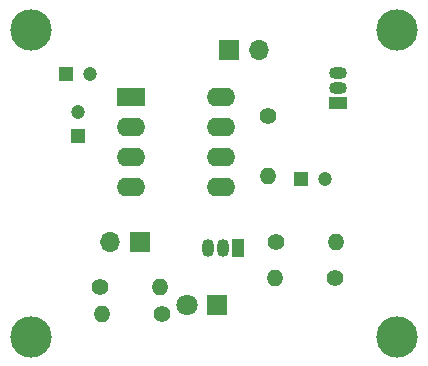
<source format=gbr>
%TF.GenerationSoftware,KiCad,Pcbnew,(5.1.12)-1*%
%TF.CreationDate,2023-08-26T19:40:57+05:30*%
%TF.ProjectId,clap switch,636c6170-2073-4776-9974-63682e6b6963,rev?*%
%TF.SameCoordinates,Original*%
%TF.FileFunction,Copper,L1,Top*%
%TF.FilePolarity,Positive*%
%FSLAX46Y46*%
G04 Gerber Fmt 4.6, Leading zero omitted, Abs format (unit mm)*
G04 Created by KiCad (PCBNEW (5.1.12)-1) date 2023-08-26 19:40:57*
%MOMM*%
%LPD*%
G01*
G04 APERTURE LIST*
%TA.AperFunction,ComponentPad*%
%ADD10O,1.700000X1.700000*%
%TD*%
%TA.AperFunction,ComponentPad*%
%ADD11R,1.700000X1.700000*%
%TD*%
%TA.AperFunction,ComponentPad*%
%ADD12C,1.800000*%
%TD*%
%TA.AperFunction,ComponentPad*%
%ADD13R,1.800000X1.800000*%
%TD*%
%TA.AperFunction,ComponentPad*%
%ADD14O,2.400000X1.600000*%
%TD*%
%TA.AperFunction,ComponentPad*%
%ADD15R,2.400000X1.600000*%
%TD*%
%TA.AperFunction,ComponentPad*%
%ADD16R,1.500000X1.050000*%
%TD*%
%TA.AperFunction,ComponentPad*%
%ADD17O,1.500000X1.050000*%
%TD*%
%TA.AperFunction,ComponentPad*%
%ADD18O,1.400000X1.400000*%
%TD*%
%TA.AperFunction,ComponentPad*%
%ADD19C,1.400000*%
%TD*%
%TA.AperFunction,ComponentPad*%
%ADD20R,1.050000X1.500000*%
%TD*%
%TA.AperFunction,ComponentPad*%
%ADD21O,1.050000X1.500000*%
%TD*%
%TA.AperFunction,ComponentPad*%
%ADD22C,1.200000*%
%TD*%
%TA.AperFunction,ComponentPad*%
%ADD23R,1.200000X1.200000*%
%TD*%
%TA.AperFunction,ViaPad*%
%ADD24C,3.500000*%
%TD*%
G04 APERTURE END LIST*
D10*
%TO.P,6V1,2*%
%TO.N,Earth*%
X162290000Y-75750000D03*
D11*
%TO.P,6V1,1*%
%TO.N,Net-(6V1-Pad1)*%
X159750000Y-75750000D03*
%TD*%
D12*
%TO.P,D1,2*%
%TO.N,Net-(D1-Pad2)*%
X156210000Y-97350000D03*
D13*
%TO.P,D1,1*%
%TO.N,Earth*%
X158750000Y-97350000D03*
%TD*%
D14*
%TO.P,U1,8*%
%TO.N,Net-(6V1-Pad1)*%
X159120000Y-79750000D03*
%TO.P,U1,4*%
X151500000Y-87370000D03*
%TO.P,U1,7*%
%TO.N,Net-(C2-Pad1)*%
X159120000Y-82290000D03*
%TO.P,U1,3*%
%TO.N,Net-(R1-Pad1)*%
X151500000Y-84830000D03*
%TO.P,U1,6*%
%TO.N,Net-(C2-Pad1)*%
X159120000Y-84830000D03*
%TO.P,U1,2*%
%TO.N,Net-(C3-Pad1)*%
X151500000Y-82290000D03*
%TO.P,U1,5*%
%TO.N,Net-(C1-Pad1)*%
X159120000Y-87370000D03*
D15*
%TO.P,U1,1*%
%TO.N,Earth*%
X151500000Y-79750000D03*
%TD*%
D10*
%TO.P,MK1,2*%
%TO.N,Net-(6V1-Pad1)*%
X149710000Y-92000000D03*
D11*
%TO.P,MK1,1*%
%TO.N,Net-(MK1-Pad1)*%
X152250000Y-92000000D03*
%TD*%
D16*
%TO.P,Q2,1*%
%TO.N,Net-(C3-Pad2)*%
X169000000Y-80250000D03*
D17*
%TO.P,Q2,3*%
%TO.N,Earth*%
X169000000Y-77710000D03*
%TO.P,Q2,2*%
%TO.N,Net-(Q1-Pad1)*%
X169000000Y-78980000D03*
%TD*%
D18*
%TO.P,R5,2*%
%TO.N,Earth*%
X163670000Y-95000000D03*
D19*
%TO.P,R5,1*%
%TO.N,Net-(MK1-Pad1)*%
X168750000Y-95000000D03*
%TD*%
D18*
%TO.P,R4,2*%
%TO.N,Net-(Q1-Pad1)*%
X163068000Y-86360000D03*
D19*
%TO.P,R4,1*%
%TO.N,Net-(6V1-Pad1)*%
X163068000Y-81280000D03*
%TD*%
D18*
%TO.P,R3,2*%
%TO.N,Net-(C3-Pad2)*%
X168830000Y-92000000D03*
D19*
%TO.P,R3,1*%
%TO.N,Net-(6V1-Pad1)*%
X163750000Y-92000000D03*
%TD*%
D18*
%TO.P,R2,2*%
%TO.N,Net-(C2-Pad1)*%
X149030000Y-98070000D03*
D19*
%TO.P,R2,1*%
%TO.N,Net-(6V1-Pad1)*%
X154110000Y-98070000D03*
%TD*%
D18*
%TO.P,R1,2*%
%TO.N,Net-(D1-Pad2)*%
X153930000Y-95770000D03*
D19*
%TO.P,R1,1*%
%TO.N,Net-(R1-Pad1)*%
X148850000Y-95770000D03*
%TD*%
D20*
%TO.P,Q1,1*%
%TO.N,Net-(Q1-Pad1)*%
X160500000Y-92500000D03*
D21*
%TO.P,Q1,3*%
%TO.N,Earth*%
X157960000Y-92500000D03*
%TO.P,Q1,2*%
%TO.N,Net-(MK1-Pad1)*%
X159230000Y-92500000D03*
%TD*%
D22*
%TO.P,C3,2*%
%TO.N,Net-(C3-Pad2)*%
X167862000Y-86614000D03*
D23*
%TO.P,C3,1*%
%TO.N,Net-(C3-Pad1)*%
X165862000Y-86614000D03*
%TD*%
D22*
%TO.P,C2,2*%
%TO.N,Earth*%
X147000000Y-81000000D03*
D23*
%TO.P,C2,1*%
%TO.N,Net-(C2-Pad1)*%
X147000000Y-83000000D03*
%TD*%
D22*
%TO.P,C1,2*%
%TO.N,Earth*%
X148000000Y-77750000D03*
D23*
%TO.P,C1,1*%
%TO.N,Net-(C1-Pad1)*%
X146000000Y-77750000D03*
%TD*%
D24*
%TO.N,*%
X174000000Y-100000000D03*
X143000000Y-100000000D03*
X143000000Y-74000000D03*
X174000000Y-74000000D03*
%TD*%
M02*

</source>
